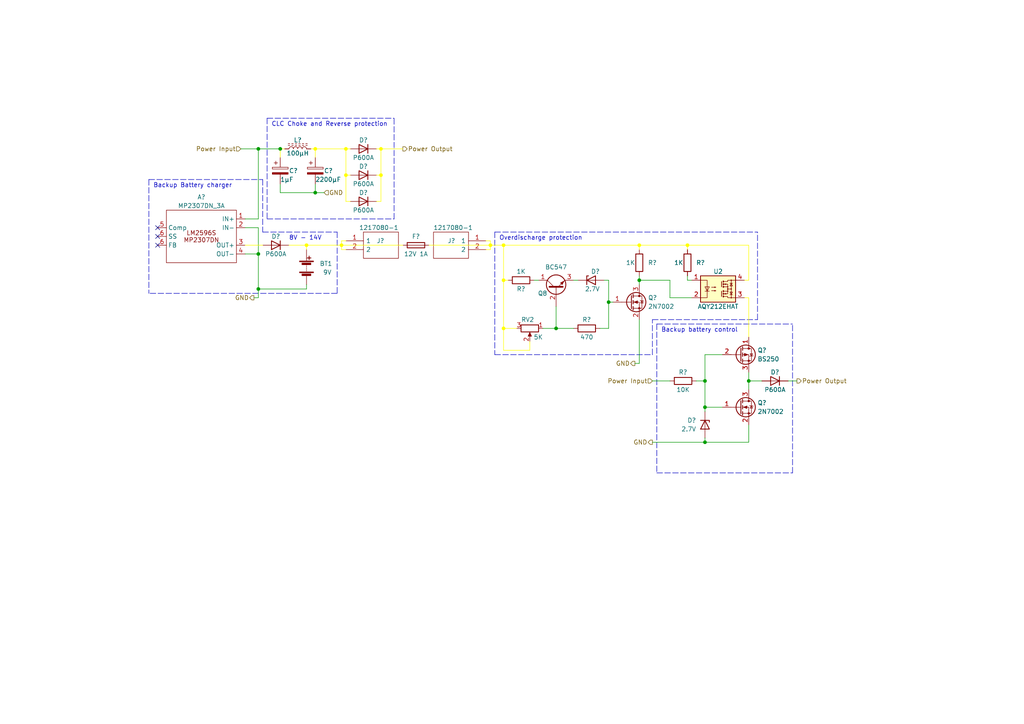
<source format=kicad_sch>
(kicad_sch (version 20230121) (generator eeschema)
  (paper "A4")
  (title_block (comment 1 "Wire gauge: 1mm² / 18AWG") (comment 3 "Labels at the cable harness are in reference to each connected component") (comment 4 "Labels are in reference to the local I/O scope boxes"))
  (lib_symbols
    (symbol "Device:Battery" (pin_numbers hide) (pin_names (offset 0) hide)
      (property "Reference" "BT" (at 2.54 2.54 0))
      (property "Value" "Battery" (at 2.54 0 0))
      (symbol "Battery_0_1"
        (rectangle (start -2.032 -1.397) (end 2.032 -1.651) (fill (type outline)))
        (rectangle (start -2.032 1.778) (end 2.032 1.524) (fill (type outline)))
        (rectangle (start -1.3208 -1.9812) (end 1.27 -2.4892) (fill (type outline)))
        (rectangle (start -1.3208 1.1938) (end 1.27 0.6858) (fill (type outline)))
        (polyline (pts (xy 0 -1.524) (xy 0 -1.27)))
        (polyline (pts (xy 0 -1.016) (xy 0 -0.762)))
        (polyline (pts (xy 0 -0.508) (xy 0 -0.254)))
        (polyline (pts (xy 0 0) (xy 0 0.254)))
        (polyline (pts (xy 0 0.508) (xy 0 0.762)))
        (polyline (pts (xy 0 1.778) (xy 0 2.54)))
        (polyline (pts (xy 0.254 2.667) (xy 1.27 2.667)) (stroke (width 0.254)))
        (polyline (pts (xy 0.762 3.175) (xy 0.762 2.159)) (stroke (width 0.254)))
      )
      (symbol "Battery_1_1"
        (pin passive line (at 0 5.08 270) (length 2.54) (name "+") (number "1"))
        (pin passive line (at 0 -5.08 90) (length 2.54) (name "-") (number "2"))
      )
    )
    (symbol "Device:C_Polarized" (pin_numbers hide) (pin_names (offset 0.254))
      (property "Reference" "C" (at 0.635 2.54 0))
      (property "Value" "C_Polarized" (at 0.635 -2.54 0))
      (symbol "C_Polarized_0_1"
        (rectangle (start -2.286 0.508) (end 2.286 1.016))
        (polyline (pts (xy -1.778 2.286) (xy -0.762 2.286)))
        (polyline (pts (xy -1.27 2.794) (xy -1.27 1.778)))
        (rectangle (start 2.286 -0.508) (end -2.286 -1.016) (fill (type outline)))
      )
      (symbol "C_Polarized_1_1"
        (pin passive line (at 0 3.81 270) (length 2.794) (name "~") (number "1"))
        (pin passive line (at 0 -3.81 90) (length 2.794) (name "~") (number "2"))
      )
    )
    (symbol "Device:D" (pin_numbers hide) (pin_names (offset 1.016) hide)
      (property "Reference" "D" (at 0 2.54 0))
      (property "Value" "D" (at 0 -2.54 0))
      (symbol "D_0_1"
        (polyline (pts (xy -1.27 1.27) (xy -1.27 -1.27)) (stroke (width 0.254)))
        (polyline (pts (xy 1.27 0) (xy -1.27 0)))
        (polyline (pts (xy 1.27 1.27) (xy 1.27 -1.27) (xy -1.27 0) (xy 1.27 1.27)) (stroke (width 0.254)))
      )
      (symbol "D_1_1"
        (pin passive line (at -3.81 0 0) (length 2.54) (name "K") (number "1"))
        (pin passive line (at 3.81 0 180) (length 2.54) (name "A") (number "2"))
      )
    )
    (symbol "Device:Fuse" (pin_numbers hide) (pin_names (offset 0))
      (property "Reference" "F" (at 2.032 0 90))
      (property "Value" "Fuse" (at -1.905 0 90))
      (symbol "Fuse_0_1"
        (rectangle (start -0.762 -2.54) (end 0.762 2.54) (stroke (width 0.254)))
        (polyline (pts (xy 0 2.54) (xy 0 -2.54)))
      )
      (symbol "Fuse_1_1"
        (pin passive line (at 0 3.81 270) (length 1.27) (name "~") (number "1"))
        (pin passive line (at 0 -3.81 90) (length 1.27) (name "~") (number "2"))
      )
    )
    (symbol "Device:L_Ferrite" (pin_numbers hide) (pin_names (offset 1.016) hide)
      (property "Reference" "L" (at -1.27 0 90))
      (property "Value" "L_Ferrite" (at 2.794 0 90))
      (symbol "L_Ferrite_0_1"
        (arc (start 0 -2.54) (mid 0.6323 -1.905) (end 0 -1.27))
        (arc (start 0 -1.27) (mid 0.6323 -0.635) (end 0 0))
        (polyline (pts (xy 1.016 -2.794) (xy 1.016 -2.286)))
        (polyline (pts (xy 1.016 -1.778) (xy 1.016 -1.27)))
        (polyline (pts (xy 1.016 -0.762) (xy 1.016 -0.254)))
        (polyline (pts (xy 1.016 0.254) (xy 1.016 0.762)))
        (polyline (pts (xy 1.016 1.27) (xy 1.016 1.778)))
        (polyline (pts (xy 1.016 2.286) (xy 1.016 2.794)))
        (polyline (pts (xy 1.524 -2.286) (xy 1.524 -2.794)))
        (polyline (pts (xy 1.524 -1.27) (xy 1.524 -1.778)))
        (polyline (pts (xy 1.524 -0.254) (xy 1.524 -0.762)))
        (polyline (pts (xy 1.524 0.762) (xy 1.524 0.254)))
        (polyline (pts (xy 1.524 1.778) (xy 1.524 1.27)))
        (polyline (pts (xy 1.524 2.794) (xy 1.524 2.286)))
        (arc (start 0 0) (mid 0.6323 0.635) (end 0 1.27))
        (arc (start 0 1.27) (mid 0.6323 1.905) (end 0 2.54))
      )
      (symbol "L_Ferrite_1_1"
        (pin passive line (at 0 3.81 270) (length 1.27) (name "1") (number "1"))
        (pin passive line (at 0 -3.81 90) (length 1.27) (name "2") (number "2"))
      )
    )
    (symbol "Device:R" (pin_numbers hide) (pin_names (offset 0))
      (property "Reference" "R" (at 2.032 0 90))
      (property "Value" "R" (at 0 0 90))
      (symbol "R_0_1"
        (rectangle (start -1.016 -2.54) (end 1.016 2.54) (stroke (width 0.254)))
      )
      (symbol "R_1_1"
        (pin passive line (at 0 3.81 270) (length 1.27) (name "~") (number "1"))
        (pin passive line (at 0 -3.81 90) (length 1.27) (name "~") (number "2"))
      )
    )
    (symbol "Device:R_Potentiometer" (pin_names (offset 1.016) hide)
      (property "Reference" "RV" (at -4.445 0 90))
      (property "Value" "R_Potentiometer" (at -2.54 0 90))
      (symbol "R_Potentiometer_0_1"
        (polyline (pts (xy 2.54 0) (xy 1.524 0)))
        (polyline (pts (xy 1.143 0) (xy 2.286 0.508) (xy 2.286 -0.508) (xy 1.143 0)) (fill (type outline)))
        (rectangle (start 1.016 2.54) (end -1.016 -2.54) (stroke (width 0.254)))
      )
      (symbol "R_Potentiometer_1_1"
        (pin passive line (at 0 3.81 270) (length 1.27) (name "1") (number "1"))
        (pin passive line (at 3.81 0 180) (length 1.27) (name "2") (number "2"))
        (pin passive line (at 0 -3.81 90) (length 1.27) (name "3") (number "3"))
      )
    )
    (symbol "Diode:BZV55C2V7" (pin_numbers hide) (pin_names hide)
      (property "Reference" "D" (at 0 2.54 0))
      (property "Value" "BZV55C2V7" (at 0 -2.54 0))
      (symbol "BZV55C2V7_0_1"
        (polyline (pts (xy 1.27 0) (xy -1.27 0)))
        (polyline (pts (xy -1.27 -1.27) (xy -1.27 1.27) (xy -0.762 1.27)) (stroke (width 0.254)))
        (polyline (pts (xy 1.27 -1.27) (xy 1.27 1.27) (xy -1.27 0) (xy 1.27 -1.27)) (stroke (width 0.254)))
      )
      (symbol "BZV55C2V7_1_1"
        (pin passive line (at -3.81 0 0) (length 2.54) (name "K") (number "1"))
        (pin passive line (at 3.81 0 180) (length 2.54) (name "A") (number "2"))
      )
    )
    (symbol "MP2307DN_3A_1" (in_bom no) (on_board no)
      (property "Reference" "A" (at -6.35 11.43 0))
      (property "Value" "MP2307DN_3A" (at -1.27 -6.35 0))
      (symbol "MP2307DN_3A_1_0_1"
        (rectangle (start -8.89 10.16) (end 11.43 -5.08))
      )
      (symbol "MP2307DN_3A_1_1_0"
        (text "LM2596S\nMP2307DN" (at 1.27 2.54 0) (effects (font (size 1.27 1.27))))
      )
      (symbol "MP2307DN_3A_1_1_1"
        (pin passive line (at 13.97 7.62 180) (length 2.54) (name "IN+") (number "1"))
        (pin passive line (at 13.97 5.08 180) (length 2.54) (name "IN-") (number "2"))
        (pin passive line (at 13.97 0 180) (length 2.54) (name "OUT+") (number "3"))
        (pin passive line (at 13.97 -2.54 180) (length 2.54) (name "OUT-") (number "4"))
        (pin passive line (at -11.43 5.08 0) (length 2.54) (name "Comp") (number "5"))
        (pin passive line (at -11.43 0 0) (length 2.54) (name "FB") (number "6"))
        (pin passive line (at -11.43 2.54 0) (length 2.54) (name "SS") (number "6"))
      )
    )
    (symbol "Relay_SolidState:TLP222A"
      (property "Reference" "U" (at -5.08 5.08 0))
      (property "Value" "TLP222A" (at 0 5.08 0))
      (symbol "TLP222A_0_1"
        (rectangle (start -5.08 3.81) (end 5.08 -3.81) (stroke (width 0.254)) (fill (type background)))
        (polyline (pts (xy -3.81 -0.635) (xy -2.54 -0.635)))
        (polyline (pts (xy 1.016 -0.635) (xy 1.016 -2.159)) (stroke (width 0.2032)))
        (polyline (pts (xy 1.016 2.159) (xy 1.016 0.635)) (stroke (width 0.2032)))
        (polyline (pts (xy 1.524 -0.508) (xy 1.524 -0.762)) (stroke (width 0.3556)))
        (polyline (pts (xy 2.794 0) (xy 3.81 0)))
        (polyline (pts (xy 3.429 -1.651) (xy 4.191 -1.651)))
        (polyline (pts (xy 3.429 1.651) (xy 4.191 1.651)))
        (polyline (pts (xy 3.81 -2.54) (xy 3.81 2.54)))
        (polyline (pts (xy 1.524 -2.032) (xy 1.524 -2.286) (xy 1.524 -2.286)) (stroke (width 0.3556)))
        (polyline (pts (xy 1.524 -1.27) (xy 1.524 -1.524) (xy 1.524 -1.524)) (stroke (width 0.3556)))
        (polyline (pts (xy 1.524 0.762) (xy 1.524 0.508) (xy 1.524 0.508)) (stroke (width 0.3556)))
        (polyline (pts (xy 1.524 1.524) (xy 1.524 1.27) (xy 1.524 1.27)) (stroke (width 0.3556)))
        (polyline (pts (xy 1.524 2.286) (xy 1.524 2.032) (xy 1.524 2.032)) (stroke (width 0.3556)))
        (polyline (pts (xy 1.651 -1.397) (xy 2.794 -1.397) (xy 2.794 -0.635)))
        (polyline (pts (xy 1.651 1.397) (xy 2.794 1.397) (xy 2.794 0.635)))
        (polyline (pts (xy -5.08 2.54) (xy -3.175 2.54) (xy -3.175 -2.54) (xy -5.08 -2.54)))
        (polyline (pts (xy -3.175 -0.635) (xy -3.81 0.635) (xy -2.54 0.635) (xy -3.175 -0.635)))
        (polyline (pts (xy 1.651 -2.159) (xy 2.794 -2.159) (xy 2.794 -2.54) (xy 5.08 -2.54)))
        (polyline (pts (xy 1.651 -0.635) (xy 2.794 -0.635) (xy 2.794 0.635) (xy 1.651 0.635)))
        (polyline (pts (xy 1.651 2.159) (xy 2.794 2.159) (xy 2.794 2.54) (xy 5.08 2.54)))
        (polyline (pts (xy 1.778 -1.397) (xy 2.286 -1.27) (xy 2.286 -1.524) (xy 1.778 -1.397)))
        (polyline (pts (xy 1.778 1.397) (xy 2.286 1.524) (xy 2.286 1.27) (xy 1.778 1.397)))
        (polyline (pts (xy 3.81 -1.651) (xy 3.429 -0.889) (xy 4.191 -0.889) (xy 3.81 -1.651)))
        (polyline (pts (xy 3.81 1.651) (xy 3.429 0.889) (xy 4.191 0.889) (xy 3.81 1.651)))
        (polyline (pts (xy -1.905 -0.508) (xy -0.635 -0.508) (xy -1.016 -0.635) (xy -1.016 -0.381) (xy -0.635 -0.508)))
        (polyline (pts (xy -1.905 0.508) (xy -0.635 0.508) (xy -1.016 0.381) (xy -1.016 0.635) (xy -0.635 0.508)))
        (circle (center 2.794 -0.635) (radius 0.127))
        (circle (center 2.794 0) (radius 0.127))
        (circle (center 2.794 0.635) (radius 0.127))
        (circle (center 3.81 -2.54) (radius 0.127))
        (circle (center 3.81 0) (radius 0.127))
        (circle (center 3.81 2.54) (radius 0.127))
      )
      (symbol "TLP222A_1_1"
        (pin passive line (at -7.62 2.54 0) (length 2.54) (name "~") (number "1"))
        (pin passive line (at -7.62 -2.54 0) (length 2.54) (name "~") (number "2"))
        (pin passive line (at 7.62 -2.54 180) (length 2.54) (name "~") (number "3"))
        (pin passive line (at 7.62 2.54 180) (length 2.54) (name "~") (number "4"))
      )
    )
    (symbol "SamacSys_Parts:1217080-1" (pin_names (offset 0.762))
      (property "Reference" "J" (at 16.51 7.62 0))
      (property "Value" "1217080-1" (at 16.51 5.08 0))
      (symbol "1217080-1_0_0"
        (pin passive line (at 0 0 0) (length 5.08) (name "1") (number "1"))
        (pin passive line (at 0 -2.54 0) (length 5.08) (name "2") (number "2"))
      )
      (symbol "1217080-1_0_1"
        (polyline (pts (xy 5.08 2.54) (xy 15.24 2.54) (xy 15.24 -5.08) (xy 5.08 -5.08) (xy 5.08 2.54)) (stroke (width 0.1524)))
      )
    )
    (symbol "Transistor_BJT:BC547" (pin_names (offset 0) hide)
      (property "Reference" "Q" (at 5.08 1.905 0))
      (property "Value" "BC547" (at 5.08 0 0))
      (symbol "BC547_0_1"
        (polyline (pts (xy 0 0) (xy 0.635 0)))
        (polyline (pts (xy 0.635 0.635) (xy 2.54 2.54)))
        (polyline (pts (xy 0.635 -0.635) (xy 2.54 -2.54) (xy 2.54 -2.54)))
        (polyline (pts (xy 0.635 1.905) (xy 0.635 -1.905) (xy 0.635 -1.905)) (stroke (width 0.508)))
        (polyline (pts (xy 1.27 -1.778) (xy 1.778 -1.27) (xy 2.286 -2.286) (xy 1.27 -1.778) (xy 1.27 -1.778)) (fill (type outline)))
        (circle (center 1.27 0) (radius 2.8194) (stroke (width 0.254)))
      )
      (symbol "BC547_1_1"
        (pin passive line (at 2.54 5.08 270) (length 2.54) (name "C") (number "1"))
        (pin input line (at -5.08 0 0) (length 5.08) (name "B") (number "2"))
        (pin passive line (at 2.54 -5.08 90) (length 2.54) (name "E") (number "3"))
      )
    )
    (symbol "Transistor_FET:2N7002" (pin_names hide)
      (property "Reference" "Q" (at 5.08 1.905 0))
      (property "Value" "2N7002" (at 5.08 0 0))
      (symbol "2N7002_0_1"
        (polyline (pts (xy 0.254 0) (xy -2.54 0)))
        (polyline (pts (xy 0.254 1.905) (xy 0.254 -1.905)) (stroke (width 0.254)))
        (polyline (pts (xy 0.762 -1.27) (xy 0.762 -2.286)) (stroke (width 0.254)))
        (polyline (pts (xy 0.762 0.508) (xy 0.762 -0.508)) (stroke (width 0.254)))
        (polyline (pts (xy 0.762 2.286) (xy 0.762 1.27)) (stroke (width 0.254)))
        (polyline (pts (xy 2.54 2.54) (xy 2.54 1.778)))
        (polyline (pts (xy 2.54 -2.54) (xy 2.54 0) (xy 0.762 0)))
        (polyline (pts (xy 0.762 -1.778) (xy 3.302 -1.778) (xy 3.302 1.778) (xy 0.762 1.778)))
        (polyline (pts (xy 1.016 0) (xy 2.032 0.381) (xy 2.032 -0.381) (xy 1.016 0)) (fill (type outline)))
        (polyline (pts (xy 2.794 0.508) (xy 2.921 0.381) (xy 3.683 0.381) (xy 3.81 0.254)))
        (polyline (pts (xy 3.302 0.381) (xy 2.921 -0.254) (xy 3.683 -0.254) (xy 3.302 0.381)))
        (circle (center 1.651 0) (radius 2.794) (stroke (width 0.254)))
        (circle (center 2.54 -1.778) (radius 0.254) (fill (type outline)))
        (circle (center 2.54 1.778) (radius 0.254) (fill (type outline)))
      )
      (symbol "2N7002_1_1"
        (pin input line (at -5.08 0 0) (length 2.54) (name "G") (number "1"))
        (pin passive line (at 2.54 -5.08 90) (length 2.54) (name "S") (number "2"))
        (pin passive line (at 2.54 5.08 270) (length 2.54) (name "D") (number "3"))
      )
    )
    (symbol "Transistor_FET:BS250" (pin_names hide)
      (property "Reference" "Q" (at 5.08 1.905 0))
      (property "Value" "BS250" (at 5.08 0 0))
      (symbol "BS250_0_1"
        (polyline (pts (xy 0.254 0) (xy -2.54 0)))
        (polyline (pts (xy 0.254 1.905) (xy 0.254 -1.905)) (stroke (width 0.254)))
        (polyline (pts (xy 0.762 -1.27) (xy 0.762 -2.286)) (stroke (width 0.254)))
        (polyline (pts (xy 0.762 0.508) (xy 0.762 -0.508)) (stroke (width 0.254)))
        (polyline (pts (xy 0.762 2.286) (xy 0.762 1.27)) (stroke (width 0.254)))
        (polyline (pts (xy 2.54 2.54) (xy 2.54 1.778)))
        (polyline (pts (xy 2.54 -2.54) (xy 2.54 0) (xy 0.762 0)))
        (polyline (pts (xy 0.762 1.778) (xy 3.302 1.778) (xy 3.302 -1.778) (xy 0.762 -1.778)))
        (polyline (pts (xy 2.286 0) (xy 1.27 0.381) (xy 1.27 -0.381) (xy 2.286 0)) (fill (type outline)))
        (polyline (pts (xy 2.794 -0.508) (xy 2.921 -0.381) (xy 3.683 -0.381) (xy 3.81 -0.254)))
        (polyline (pts (xy 3.302 -0.381) (xy 2.921 0.254) (xy 3.683 0.254) (xy 3.302 -0.381)))
        (circle (center 1.651 0) (radius 2.794) (stroke (width 0.254)))
        (circle (center 2.54 -1.778) (radius 0.254) (fill (type outline)))
        (circle (center 2.54 1.778) (radius 0.254) (fill (type outline)))
      )
      (symbol "BS250_1_1"
        (pin passive line (at 2.54 5.08 270) (length 2.54) (name "D") (number "1"))
        (pin input line (at -5.08 0 0) (length 2.54) (name "G") (number "2"))
        (pin passive line (at 2.54 -5.08 90) (length 2.54) (name "S") (number "3"))
      )
    )
  )
  (junction (at 161.29 95.25))
  (junction (at 204.47 128.27))
  (junction (at 204.47 118.11))
  (junction (at 74.93 83.82))
  (junction (at 204.47 110.49))
  (junction (at 176.53 87.63))
  (junction (at 146.05 71.12) (color 255 255 0 1))
  (junction (at 110.49 43.18) (color 255 255 0 1))
  (junction (at 185.42 81.28))
  (junction (at 74.93 73.66))
  (junction (at 100.33 50.8) (color 255 255 0 1))
  (junction (at 217.17 110.49))
  (junction (at 91.44 55.88))
  (junction (at 74.93 43.18))
  (junction (at 99.06 71.12) (color 255 255 0 1))
  (junction (at 185.42 71.12) (color 255 255 0 1))
  (junction (at 88.9 71.12) (color 255 255 0 1))
  (junction (at 110.49 50.8) (color 255 255 0 1))
  (junction (at 100.33 43.18) (color 255 255 0 1))
  (junction (at 91.44 43.18) (color 255 255 0 1))
  (junction (at 81.28 43.18))
  (junction (at 146.05 95.25) (color 255 255 0 1))
  (junction (at 146.05 81.28) (color 255 255 0 1))
  (junction (at 142.24 71.12) (color 255 255 0 1))
  (junction (at 199.39 71.12) (color 255 255 0 1))
  (no_connect (at 45.72 66.04))
  (no_connect (at 45.72 68.58))
  (no_connect (at 45.72 71.12))
  (wire (pts (xy 199.39 71.12) (xy 217.17 71.12)) (stroke (width 0) (color 255 255 0 1)))
  (wire (pts (xy 73.66 86.36) (xy 74.93 86.36)))
  (wire (pts (xy 100.33 43.18) (xy 100.33 50.8)) (stroke (width 0) (color 255 255 0 1)))
  (wire (pts (xy 217.17 110.49) (xy 217.17 113.03)))
  (wire (pts (xy 201.93 110.49) (xy 204.47 110.49)))
  (wire (pts (xy 91.44 55.88) (xy 91.44 53.34)))
  (wire (pts (xy 99.06 71.12) (xy 99.06 69.85)) (stroke (width 0) (color 255 255 0 1)))
  (wire (pts (xy 74.93 63.5) (xy 71.12 63.5)))
  (wire (pts (xy 176.53 87.63) (xy 177.8 87.63)))
  (wire (pts (xy 176.53 87.63) (xy 176.53 81.28)))
  (wire (pts (xy 194.31 86.36) (xy 194.31 81.28)))
  (wire (pts (xy 81.28 43.18) (xy 81.28 45.72)) (stroke (width 0) (color 255 255 0 1)))
  (wire (pts (xy 91.44 43.18) (xy 100.33 43.18)) (stroke (width 0) (color 255 255 0 1)))
  (wire (pts (xy 99.06 71.12) (xy 116.84 71.12)) (stroke (width 0) (color 255 255 0 1)))
  (polyline (pts (xy 143.51 67.31) (xy 143.51 102.87)) (stroke (width 0) (type dash)))
  (wire (pts (xy 157.48 95.25) (xy 161.29 95.25)))
  (wire (pts (xy 74.93 73.66) (xy 74.93 83.82)))
  (wire (pts (xy 81.28 43.18) (xy 82.55 43.18)) (stroke (width 0) (color 255 255 0 1)))
  (wire (pts (xy 99.06 69.85) (xy 100.33 69.85)) (stroke (width 0) (color 255 255 0 1)))
  (wire (pts (xy 100.33 58.42) (xy 101.6 58.42)) (stroke (width 0) (color 255 255 0 1)))
  (wire (pts (xy 88.9 82.55) (xy 88.9 83.82)))
  (wire (pts (xy 91.44 43.18) (xy 91.44 45.72)) (stroke (width 0) (color 255 255 0 1)))
  (wire (pts (xy 146.05 95.25) (xy 149.86 95.25)) (stroke (width 0) (color 255 255 0 1)))
  (wire (pts (xy 142.24 69.85) (xy 140.97 69.85)) (stroke (width 0) (color 255 255 0 1)))
  (wire (pts (xy 81.28 53.34) (xy 81.28 55.88)))
  (wire (pts (xy 93.98 55.88) (xy 91.44 55.88)))
  (wire (pts (xy 146.05 71.12) (xy 146.05 81.28)) (stroke (width 0) (color 255 255 0 1)))
  (polyline (pts (xy 97.79 85.09) (xy 43.18 85.09)) (stroke (width 0) (type dash)))
  (wire (pts (xy 204.47 128.27) (xy 217.17 128.27)))
  (wire (pts (xy 217.17 107.95) (xy 217.17 110.49)))
  (wire (pts (xy 99.06 72.39) (xy 100.33 72.39)) (stroke (width 0) (color 255 255 0 1)))
  (wire (pts (xy 189.23 128.27) (xy 204.47 128.27)))
  (wire (pts (xy 199.39 71.12) (xy 199.39 72.39)) (stroke (width 0) (color 255 255 0 1)))
  (wire (pts (xy 74.93 43.18) (xy 74.93 63.5)))
  (wire (pts (xy 217.17 123.19) (xy 217.17 128.27)))
  (wire (pts (xy 142.24 69.85) (xy 142.24 71.12)) (stroke (width 0) (color 255 255 0 1)))
  (wire (pts (xy 166.37 95.25) (xy 161.29 95.25)))
  (polyline (pts (xy 77.47 34.29) (xy 77.47 63.5)) (stroke (width 0) (type dash)))
  (wire (pts (xy 184.15 105.41) (xy 185.42 105.41)))
  (wire (pts (xy 204.47 102.87) (xy 204.47 110.49)))
  (wire (pts (xy 185.42 71.12) (xy 185.42 72.39)) (stroke (width 0) (color 255 255 0 1)))
  (wire (pts (xy 109.22 58.42) (xy 110.49 58.42)) (stroke (width 0) (color 255 255 0 1)))
  (wire (pts (xy 231.14 110.49) (xy 228.6 110.49)))
  (wire (pts (xy 101.6 43.18) (xy 100.33 43.18)) (stroke (width 0) (color 255 255 0 1)))
  (wire (pts (xy 74.93 43.18) (xy 81.28 43.18)))
  (polyline (pts (xy 143.51 67.31) (xy 219.71 67.31)) (stroke (width 0) (type dash)))
  (polyline (pts (xy 143.51 102.87) (xy 189.23 102.87)) (stroke (width 0) (type dash)))
  (wire (pts (xy 110.49 43.18) (xy 110.49 50.8)) (stroke (width 0) (color 255 255 0 1)))
  (wire (pts (xy 204.47 118.11) (xy 209.55 118.11)))
  (wire (pts (xy 199.39 81.28) (xy 200.66 81.28)))
  (wire (pts (xy 146.05 81.28) (xy 146.05 95.25)) (stroke (width 0) (color 255 255 0 1)))
  (wire (pts (xy 83.82 71.12) (xy 88.9 71.12)) (stroke (width 0) (color 255 255 0 1)))
  (wire (pts (xy 153.67 101.6) (xy 153.67 99.06)) (stroke (width 0) (color 255 255 0 1)))
  (wire (pts (xy 200.66 86.36) (xy 194.31 86.36)))
  (wire (pts (xy 199.39 80.01) (xy 199.39 81.28)))
  (wire (pts (xy 215.9 81.28) (xy 217.17 81.28)) (stroke (width 0) (color 255 255 0 1)))
  (wire (pts (xy 194.31 81.28) (xy 185.42 81.28)))
  (wire (pts (xy 204.47 110.49) (xy 204.47 118.11)))
  (polyline (pts (xy 189.23 92.71) (xy 219.71 92.71)) (stroke (width 0) (type dash)))
  (wire (pts (xy 74.93 86.36) (xy 74.93 83.82)))
  (wire (pts (xy 204.47 118.11) (xy 204.47 119.38)))
  (polyline (pts (xy 77.47 34.29) (xy 114.3 34.29)) (stroke (width 0) (type dash)))
  (wire (pts (xy 217.17 86.36) (xy 215.9 86.36)) (stroke (width 0) (color 255 255 0 1)))
  (polyline (pts (xy 189.23 102.87) (xy 189.23 92.71)) (stroke (width 0) (type dash)))
  (wire (pts (xy 100.33 50.8) (xy 101.6 50.8)) (stroke (width 0) (color 255 255 0 1)))
  (wire (pts (xy 109.22 43.18) (xy 110.49 43.18)) (stroke (width 0) (color 255 255 0 1)))
  (wire (pts (xy 81.28 55.88) (xy 91.44 55.88)))
  (wire (pts (xy 185.42 105.41) (xy 185.42 92.71)))
  (polyline (pts (xy 190.5 137.16) (xy 229.87 137.16)) (stroke (width 0) (type dash)))
  (wire (pts (xy 74.93 66.04) (xy 74.93 73.66)))
  (wire (pts (xy 173.99 95.25) (xy 176.53 95.25)))
  (polyline (pts (xy 43.18 52.07) (xy 43.18 85.09)) (stroke (width 0) (type dash)))
  (wire (pts (xy 146.05 101.6) (xy 153.67 101.6)) (stroke (width 0) (color 255 255 0 1)))
  (wire (pts (xy 146.05 71.12) (xy 185.42 71.12)) (stroke (width 0) (color 255 255 0 1)))
  (wire (pts (xy 204.47 127) (xy 204.47 128.27)))
  (wire (pts (xy 124.46 71.12) (xy 142.24 71.12)) (stroke (width 0) (color 255 255 0 1)))
  (wire (pts (xy 185.42 80.01) (xy 185.42 81.28)))
  (wire (pts (xy 176.53 95.25) (xy 176.53 87.63)))
  (wire (pts (xy 71.12 73.66) (xy 74.93 73.66)))
  (polyline (pts (xy 114.3 63.5) (xy 114.3 34.29)) (stroke (width 0) (type dash)))
  (wire (pts (xy 71.12 71.12) (xy 76.2 71.12)) (stroke (width 0) (color 255 255 0 1)))
  (wire (pts (xy 176.53 81.28) (xy 175.26 81.28)))
  (wire (pts (xy 185.42 71.12) (xy 199.39 71.12)) (stroke (width 0) (color 255 255 0 1)))
  (wire (pts (xy 217.17 71.12) (xy 217.17 81.28)) (stroke (width 0) (color 255 255 0 1)))
  (wire (pts (xy 167.64 81.28) (xy 166.37 81.28)))
  (wire (pts (xy 74.93 66.04) (xy 71.12 66.04)))
  (wire (pts (xy 142.24 71.12) (xy 146.05 71.12)) (stroke (width 0) (color 255 255 0 1)))
  (wire (pts (xy 194.31 110.49) (xy 189.23 110.49)))
  (wire (pts (xy 109.22 50.8) (xy 110.49 50.8)) (stroke (width 0) (color 255 255 0 1)))
  (wire (pts (xy 142.24 71.12) (xy 142.24 72.39)) (stroke (width 0) (color 255 255 0 1)))
  (wire (pts (xy 217.17 86.36) (xy 217.17 97.79)) (stroke (width 0) (color 255 255 0 1)))
  (polyline (pts (xy 190.5 93.98) (xy 190.5 137.16)) (stroke (width 0) (type dash)))
  (polyline (pts (xy 43.18 52.07) (xy 76.2 52.07)) (stroke (width 0) (type dash)))
  (wire (pts (xy 99.06 71.12) (xy 99.06 72.39)) (stroke (width 0) (color 255 255 0 1)))
  (wire (pts (xy 185.42 81.28) (xy 185.42 82.55)))
  (polyline (pts (xy 219.71 92.71) (xy 219.71 67.31)) (stroke (width 0) (type dash)))
  (polyline (pts (xy 229.87 137.16) (xy 229.87 93.98)) (stroke (width 0) (type dash)))
  (wire (pts (xy 88.9 71.12) (xy 99.06 71.12)) (stroke (width 0) (color 255 255 0 1)))
  (wire (pts (xy 146.05 101.6) (xy 146.05 95.25)) (stroke (width 0) (color 255 255 0 1)))
  (wire (pts (xy 154.94 81.28) (xy 156.21 81.28)))
  (wire (pts (xy 110.49 50.8) (xy 110.49 58.42)) (stroke (width 0) (color 255 255 0 1)))
  (polyline (pts (xy 76.2 67.31) (xy 97.79 67.31)) (stroke (width 0) (type dash)))
  (polyline (pts (xy 76.2 52.07) (xy 76.2 67.31)) (stroke (width 0) (type dash)))
  (wire (pts (xy 88.9 72.39) (xy 88.9 71.12)) (stroke (width 0) (color 255 255 0 1)))
  (wire (pts (xy 217.17 110.49) (xy 220.98 110.49)))
  (wire (pts (xy 204.47 102.87) (xy 209.55 102.87)))
  (wire (pts (xy 100.33 50.8) (xy 100.33 58.42)) (stroke (width 0) (color 255 255 0 1)))
  (wire (pts (xy 142.24 72.39) (xy 140.97 72.39)) (stroke (width 0) (color 255 255 0 1)))
  (wire (pts (xy 69.85 43.18) (xy 74.93 43.18)))
  (wire (pts (xy 110.49 43.18) (xy 116.84 43.18)) (stroke (width 0) (color 255 255 0 1)))
  (wire (pts (xy 74.93 83.82) (xy 88.9 83.82)))
  (polyline (pts (xy 97.79 67.31) (xy 97.79 85.09)) (stroke (width 0) (type dash)))
  (wire (pts (xy 90.17 43.18) (xy 91.44 43.18)) (stroke (width 0) (color 255 255 0 1)))
  (wire (pts (xy 146.05 81.28) (xy 147.32 81.28)) (stroke (width 0) (color 255 255 0 1)))
  (polyline (pts (xy 77.47 63.5) (xy 114.3 63.5)) (stroke (width 0) (type dash)))
  (wire (pts (xy 161.29 95.25) (xy 161.29 88.9)))
  (polyline (pts (xy 190.5 93.98) (xy 229.87 93.98)) (stroke (width 0) (type dash)))
  (text "Backup battery control" (at 191.77 96.52 0) (effects (font (size 1.27 1.27)) (justify left bottom)))
  (text "Backup Battery charger" (at 44.45 54.61 0) (effects (font (size 1.27 1.27)) (justify left bottom)))
  (text "8V - 14V" (at 83.82 69.85 0) (effects (font (size 1.27 1.27)) (justify left bottom)))
  (text "CLC Choke and Reverse protection" (at 78.74 36.83 0) (effects (font (size 1.27 1.27)) (justify left bottom)))
  (text "Overdischarge protection" (at 144.78 69.85 0) (effects (font (size 1.27 1.27)) (justify left bottom)))
  (hierarchical_label "GND" (shape output) (at 184.15 105.41 180))
  (hierarchical_label "Power Output" (shape output) (at 116.84 43.18 0))
  (hierarchical_label "GND" (shape output) (at 189.23 128.27 180))
  (hierarchical_label "Power Input" (shape input) (at 189.23 110.49 180))
  (hierarchical_label "GND" (shape input) (at 93.98 55.88 0))
  (hierarchical_label "GND" (shape output) (at 73.66 86.36 180))
  (hierarchical_label "Power Output" (shape output) (at 231.14 110.49 0))
  (hierarchical_label "Power Input" (shape input) (at 69.85 43.18 180))
  (symbol (lib_id "Device:Battery") (at 88.9 77.47 0) (unit 1)
    (property "Reference" "BT1" (at 92.71 76.454 0) (effects (justify left)))
    (property "Value" " 9V" (at 92.71 78.994 0) (effects (justify left)))
    (property "Footprint" "Connector_JST:JST_XH_B2B-XH-A_1x02_P2.50mm_Vertical" (effects hide))
  )
  (symbol (lib_id "Device:D") (at 105.41 58.42 180) (unit 1)
    (property "Reference" "D?" (at 105.41 55.88 0))
    (property "Value" "P600A" (at 105.41 60.96 0))
    (property "Sim.Device" "D" (effects hide))
    (property "Sim.Pins" "1=K 2=A" (effects hide))
    (instances (project "dragstar-infotainment" (path "" (reference "D?") (unit 1)) (path "" (reference "D25") (unit 1))))
  )
  (symbol (lib_id "Transistor_FET:BS250") (at 214.63 102.87 0) (unit 1)
    (property "Reference" "Q?" (at 219.71 101.6 0) (effects (justify left)))
    (property "Value" "BS250" (at 219.71 104.14 0) (effects (justify left)))
    (property "Footprint" "Package_TO_SOT_THT:TO-92_Inline" (effects hide))
    (property "Datasheet" "http://www.vishay.com/docs/70209/70209.pdf" (effects hide))
    (instances (project "dragstar-infotainment" (path "" (reference "Q?") (unit 1)) (path "" (reference "Q6") (unit 1))))
  )
  (symbol (lib_id "Device:D") (at 224.79 110.49 180) (unit 1)
    (property "Reference" "D?" (at 224.79 107.95 0))
    (property "Value" "P600A" (at 224.79 113.03 0))
    (property "Sim.Device" "D" (effects hide))
    (property "Sim.Pins" "1=K 2=A" (effects hide))
    (instances (project "dragstar-infotainment" (path "" (reference "D?") (unit 1)) (path "" (reference "D26") (unit 1))))
  )
  (symbol (lib_id "Diode:BZV55C2V7") (at 171.45 81.28 0) (unit 1)
    (property "Reference" "D?" (at 173.99 78.74 0) (effects (justify right)))
    (property "Value" "2.7V" (at 173.99 83.82 0) (effects (justify right)))
    (property "Footprint" "Diode_SMD:D_MiniMELF" (effects hide))
    (property "Datasheet" "https://assets.nexperia.com/documents/data-sheet/BZV55_SER.pdf" (effects hide))
    (property "Vendor" "Mauser" (effects hide))
    (property "Vendor Link" "https://mauser.pt/catalog/product_info.php?products_id=007-0002" (effects hide))
    (property "Vendor Ref" "007-0002" (effects hide))
    (instances (project "dragstar-infotainment" (path "" (reference "D?") (unit 1)) (path "" (reference "D34") (unit 1))))
  )
  (symbol (lib_id "Device:C_Polarized") (at 91.44 49.53 0) (unit 1)
    (property "Reference" "C?" (at 93.98 49.53 0) (effects (justify left)))
    (property "Value" "2200µF" (at 91.44 52.07 0) (effects (justify left)))
    (instances (project "dragstar-infotainment" (path "" (reference "C?") (unit 1)) (path "" (reference "C4") (unit 1))))
  )
  (symbol (lib_id "Device:L_Ferrite") (at 86.36 43.18 90) (unit 1)
    (property "Reference" "L?" (at 86.36 40.64 90))
    (property "Value" "100µH" (at 86.36 44.45 90))
    (instances (project "dragstar-infotainment" (path "" (reference "L?") (unit 1)) (path "" (reference "L1") (unit 1))))
  )
  (symbol (lib_id "Transistor_BJT:BC547") (at 161.29 83.82 90) (unit 1)
    (property "Reference" "Q8" (at 158.75 85.09 90) (effects (justify left)))
    (property "Value" "BC547" (at 161.29 77.47 90))
    (property "Footprint" "Package_TO_SOT_THT:TO-92_Inline" (effects hide))
    (property "Datasheet" "https://www.onsemi.com/pub/Collateral/BC550-D.pdf" (effects hide))
  )
  (symbol (lib_id "Device:R_Potentiometer") (at 153.67 95.25 270) (unit 1)
    (property "Reference" "RV2" (at 154.94 92.71 90) (effects (justify right)))
    (property "Value" "5K" (at 157.48 97.79 90) (effects (justify right)))
  )
  (symbol (lib_id "Device:R") (at 199.39 76.2 0) (mirror y) (unit 1)
    (property "Reference" "R?" (at 203.2 76.2 0))
    (property "Value" "1K" (at 196.85 76.2 0))
    (property "Footprint" "Resistor_SMD:R_1206_3216Metric_Pad1.30x1.75mm_HandSolder" (effects hide))
    (property "Datasheet" "https://mauser.pt/catalog/product_info.php?products_id=104-7556" (effects hide))
    (property "Power" "0.5W" (effects hide))
    (property "Tolerance" " ±5%" (effects hide))
    (property "Vendor" "Mauser" (effects hide))
    (property "Vendor Link" "https://mauser.pt/catalog/product_info.php?products_id=104-7556" (effects hide))
    (property "Vendor Ref" "104-7556" (effects hide))
    (instances (project "dragstar-infotainment" (path "" (reference "R?") (unit 1)) (path "" (reference "R?") (unit 1)) (path "" (reference "R23") (unit 1))))
  )
  (symbol (lib_id "Device:D") (at 105.41 50.8 180) (unit 1)
    (property "Reference" "D?" (at 105.41 48.26 0))
    (property "Value" "P600A" (at 105.41 53.34 0))
    (property "Sim.Device" "D" (effects hide))
    (property "Sim.Pins" "1=K 2=A" (effects hide))
    (instances (project "dragstar-infotainment" (path "" (reference "D?") (unit 1)) (path "" (reference "D24") (unit 1))))
  )
  (symbol (lib_id "Relay_SolidState:TLP222A") (at 208.28 83.82 0) (unit 1)
    (property "Reference" "U2" (at 208.28 78.74 0))
    (property "Value" "AQY212EHAT" (at 208.28 88.9 0))
    (property "Footprint" "Package_DIP:DIP-4_W8.89mm_SMDSocket_LongPads" (effects hide))
    (property "Datasheet" "https://mauser.pt/catalog/product_info.php?cPath=324_517_1553&products_id=083-0465" (effects hide))
    (property "Vendor" "Mauser" (effects hide))
    (property "Vendor Link" "https://mauser.pt/catalog/product_info.php?products_id=083-0465" (effects hide))
    (property "Vendor Ref" "083-0465" (effects hide))
  )
  (symbol (lib_id "Diode:BZV55C2V7") (at 204.47 123.19 270) (unit 1)
    (property "Reference" "D?" (at 201.93 121.92 90) (effects (justify right)))
    (property "Value" "2.7V" (at 201.93 124.46 90) (effects (justify right)))
    (property "Footprint" "Diode_SMD:D_MiniMELF" (effects hide))
    (property "Datasheet" "https://assets.nexperia.com/documents/data-sheet/BZV55_SER.pdf" (effects hide))
    (property "Vendor" "Mauser" (effects hide))
    (property "Vendor Link" "https://mauser.pt/catalog/product_info.php?products_id=007-0002" (effects hide))
    (property "Vendor Ref" "007-0002" (effects hide))
    (instances (project "dragstar-infotainment" (path "" (reference "D?") (unit 1)) (path "" (reference "D27") (unit 1))))
  )
  (symbol (lib_id "Device:D") (at 105.41 43.18 180) (unit 1)
    (property "Reference" "D?" (at 105.41 40.64 0))
    (property "Value" "P600A" (at 105.41 45.72 0))
    (property "Sim.Device" "D" (effects hide))
    (property "Sim.Pins" "1=K 2=A" (effects hide))
    (instances (project "dragstar-infotainment" (path "" (reference "D?") (unit 1)) (path "" (reference "D22") (unit 1))))
  )
  (symbol (lib_id "Device:R") (at 170.18 95.25 270) (mirror x) (unit 1)
    (property "Reference" "R?" (at 170.18 92.71 90))
    (property "Value" "470" (at 170.18 97.79 90))
    (property "Footprint" "Resistor_SMD:R_1206_3216Metric_Pad1.30x1.75mm_HandSolder" (effects hide))
    (property "Datasheet" "https://mauser.pt/catalog/product_info.php?products_id=104-7556" (effects hide))
    (property "Power" "0.5W" (effects hide))
    (property "Tolerance" " ±5%" (effects hide))
    (property "Vendor" "Mauser" (effects hide))
    (property "Vendor Link" "https://mauser.pt/catalog/product_info.php?products_id=104-7556" (effects hide))
    (property "Vendor Ref" "104-7556" (effects hide))
    (instances (project "dragstar-infotainment" (path "" (reference "R?") (unit 1)) (path "" (reference "R?") (unit 1)) (path "" (reference "R17") (unit 1))))
  )
  (symbol (lib_id "Device:C_Polarized") (at 81.28 49.53 0) (unit 1)
    (property "Reference" "C?" (at 83.82 49.53 0) (effects (justify left)))
    (property "Value" "1µF" (at 81.28 52.07 0) (effects (justify left)))
    (instances (project "dragstar-infotainment" (path "" (reference "C?") (unit 1)) (path "" (reference "C3") (unit 1))))
  )
  (symbol (lib_id "SamacSys_Parts:1217080-1") (at 140.97 69.85 0) (mirror y) (unit 1)
    (property "Reference" "J?" (at 132.08 69.85 0) (effects (justify left)))
    (property "Value" "1217080-1" (at 137.16 66.04 0) (effects (justify left)))
    (property "Footprint" "1217080-1" (effects hide))
    (property "Datasheet" "http://www.te.com/commerce/DocumentDelivery/DDEController?Action=srchrtrv&DocNm=1217080&DocType=Customer+Drawing&DocLang=English" (effects hide))
    (property "Description" "Receptacle terminal, PCB, FASTON 205/250 TE Connectivity FASTON .205/.250 PCB Terminal, Female, Crimp, Tin Plating" (effects hide))
    (property "Manufacturer_Name" "TE Connectivity" (effects hide))
    (property "Manufacturer_Part_Number" "1217080-1" (effects hide))
    (property "Mouser Part Number" "571-12170801" (effects hide))
    (property "Mouser Price/Stock" "https://www.mouser.co.uk/ProductDetail/TE-Connectivity-AMP/1217080-1?qs=yW2XQG1Ii9FDkxQ9q3B8LA%3D%3D" (effects hide))
    (property "Arrow Part Number" "1217080-1" (effects hide))
    (property "Arrow Price/Stock" "https://www.arrow.com/en/products/1217080-1/te-connectivity?region=europe" (effects hide))
    (instances (project "dragstar-infotainment" (path "" (reference "J?") (unit 1)) (path "" (reference "J60") (unit 1)) (path "" (reference "J74") (unit 1))))
  )
  (symbol (lib_id "Device:D") (at 80.01 71.12 180) (unit 1)
    (property "Reference" "D?" (at 80.01 68.58 0))
    (property "Value" "P600A" (at 80.01 73.66 0))
    (property "Sim.Device" "D" (effects hide))
    (property "Sim.Pins" "1=K 2=A" (effects hide))
    (instances (project "dragstar-infotainment" (path "" (reference "D?") (unit 1)) (path "" (reference "D30") (unit 1))))
  )
  (symbol (lib_id "Transistor_FET:2N7002") (at 214.63 118.11 0) (unit 1)
    (property "Reference" "Q?" (at 219.71 116.84 0) (effects (justify left)))
    (property "Value" "2N7002" (at 219.71 119.38 0) (effects (justify left)))
    (property "Footprint" "Package_TO_SOT_SMD:SOT-23" (effects hide))
    (property "Datasheet" "https://www.onsemi.com/pub/Collateral/NDS7002A-D.PDF" (effects hide))
    (property "Vendor" "Mauser" (effects hide))
    (property "Vendor Link" "https://mauser.pt/catalog/product_info.php?products_id=002-0283" (effects hide))
    (property "Vendor Ref" "002-0283" (effects hide))
    (instances (project "dragstar-infotainment" (path "" (reference "Q?") (unit 1)) (path "" (reference "Q7") (unit 1))))
  )
  (symbol (lib_name "MP2307DN_3A_1") (lib_id "Modules:MP2307DN_3A") (at 57.15 71.12 0) (unit 1) (in_bom no) (on_board no)
    (property "Reference" "A?" (at 58.42 57.15 0))
    (property "Value" "MP2307DN_3A" (at 58.42 59.69 0))
    (property "Datasheet" "https://mauser.pt/catalog/product_info.php?products_id=096-8732" (effects hide))
    (property "Vendor" "Mauser" (effects hide))
    (property "Vendor Ref" "096-8732" (effects hide))
    (property "Vendor Url" "https://mauser.pt/catalog/product_info.php?products_id=096-8732" (effects hide))
    (instances (project "dragstar-infotainment" (path "" (reference "A?") (unit 1)) (path "" (reference "A1") (unit 1))))
  )
  (symbol (lib_id "Device:Fuse") (at 120.65 71.12 90) (mirror x) (unit 1)
    (property "Reference" "F?" (at 120.65 68.58 90))
    (property "Value" "12V 1A" (at 120.65 73.66 90))
    (instances (project "dragstar-infotainment" (path "" (reference "F?") (unit 1)) (path "" (reference "F?") (unit 1)) (path "" (reference "F2") (unit 1)) (path "" (reference "F9") (unit 1))))
  )
  (symbol (lib_id "Device:R") (at 151.13 81.28 270) (mirror x) (unit 1)
    (property "Reference" "R?" (at 151.13 83.82 90))
    (property "Value" "1K" (at 151.13 78.74 90))
    (property "Footprint" "Resistor_SMD:R_1206_3216Metric_Pad1.30x1.75mm_HandSolder" (effects hide))
    (property "Datasheet" "https://mauser.pt/catalog/product_info.php?products_id=104-7556" (effects hide))
    (property "Power" "0.5W" (effects hide))
    (property "Tolerance" " ±5%" (effects hide))
    (property "Vendor" "Mauser" (effects hide))
    (property "Vendor Link" "https://mauser.pt/catalog/product_info.php?products_id=104-7556" (effects hide))
    (property "Vendor Ref" "104-7556" (effects hide))
    (instances (project "dragstar-infotainment" (path "" (reference "R?") (unit 1)) (path "" (reference "R?") (unit 1)) (path "" (reference "R18") (unit 1))))
  )
  (symbol (lib_id "Device:R") (at 198.12 110.49 90) (mirror x) (unit 1)
    (property "Reference" "R?" (at 198.12 107.95 90))
    (property "Value" "10K" (at 198.12 113.03 90))
    (property "Footprint" "Resistor_SMD:R_1206_3216Metric_Pad1.30x1.75mm_HandSolder" (effects hide))
    (property "Datasheet" "https://mauser.pt/catalog/product_info.php?products_id=104-7556" (effects hide))
    (property "Power" "0.5W" (effects hide))
    (property "Tolerance" " ±5%" (effects hide))
    (property "Vendor" "Mauser" (effects hide))
    (property "Vendor Link" "https://mauser.pt/catalog/product_info.php?products_id=104-7556" (effects hide))
    (property "Vendor Ref" "104-7556" (effects hide))
    (instances (project "dragstar-infotainment" (path "" (reference "R?") (unit 1)) (path "" (reference "R?") (unit 1)) (path "" (reference "R16") (unit 1))))
  )
  (symbol (lib_id "Device:R") (at 185.42 76.2 0) (mirror y) (unit 1)
    (property "Reference" "R?" (at 189.23 76.2 0))
    (property "Value" "1K" (at 182.88 76.2 0))
    (property "Footprint" "Resistor_SMD:R_1206_3216Metric_Pad1.30x1.75mm_HandSolder" (effects hide))
    (property "Datasheet" "https://mauser.pt/catalog/product_info.php?products_id=104-7556" (effects hide))
    (property "Power" "0.5W" (effects hide))
    (property "Tolerance" " ±5%" (effects hide))
    (property "Vendor" "Mauser" (effects hide))
    (property "Vendor Link" "https://mauser.pt/catalog/product_info.php?products_id=104-7556" (effects hide))
    (property "Vendor Ref" "104-7556" (effects hide))
    (instances (project "dragstar-infotainment" (path "" (reference "R?") (unit 1)) (path "" (reference "R?") (unit 1)) (path "" (reference "R19") (unit 1))))
  )
  (symbol (lib_id "SamacSys_Parts:1217080-1") (at 100.33 69.85 0) (unit 1)
    (property "Reference" "J?" (at 109.22 69.85 0) (effects (justify left)))
    (property "Value" "1217080-1" (at 104.14 66.04 0) (effects (justify left)))
    (property "Footprint" "1217080-1" (effects hide))
    (property "Datasheet" "http://www.te.com/commerce/DocumentDelivery/DDEController?Action=srchrtrv&DocNm=1217080&DocType=Customer+Drawing&DocLang=English" (effects hide))
    (property "Description" "Receptacle terminal, PCB, FASTON 205/250 TE Connectivity FASTON .205/.250 PCB Terminal, Female, Crimp, Tin Plating" (effects hide))
    (property "Manufacturer_Name" "TE Connectivity" (effects hide))
    (property "Manufacturer_Part_Number" "1217080-1" (effects hide))
    (property "Mouser Part Number" "571-12170801" (effects hide))
    (property "Mouser Price/Stock" "https://www.mouser.co.uk/ProductDetail/TE-Connectivity-AMP/1217080-1?qs=yW2XQG1Ii9FDkxQ9q3B8LA%3D%3D" (effects hide))
    (property "Arrow Part Number" "1217080-1" (effects hide))
    (property "Arrow Price/Stock" "https://www.arrow.com/en/products/1217080-1/te-connectivity?region=europe" (effects hide))
    (instances (project "dragstar-infotainment" (path "" (reference "J?") (unit 1)) (path "" (reference "J59") (unit 1)) (path "" (reference "J3") (unit 1))))
  )
  (symbol (lib_id "Transistor_FET:2N7002") (at 182.88 87.63 0) (unit 1)
    (property "Reference" "Q?" (at 187.96 86.36 0) (effects (justify left)))
    (property "Value" "2N7002" (at 187.96 88.9 0) (effects (justify left)))
    (property "Footprint" "Package_TO_SOT_SMD:SOT-23" (effects hide))
    (property "Datasheet" "https://www.onsemi.com/pub/Collateral/NDS7002A-D.PDF" (effects hide))
    (property "Vendor" "Mauser" (effects hide))
    (property "Vendor Link" "https://mauser.pt/catalog/product_info.php?products_id=002-0283" (effects hide))
    (property "Vendor Ref" "002-0283" (effects hide))
    (instances (project "dragstar-infotainment" (path "" (reference "Q?") (unit 1)) (path "" (reference "Q16") (unit 1))))
  )
)
</source>
